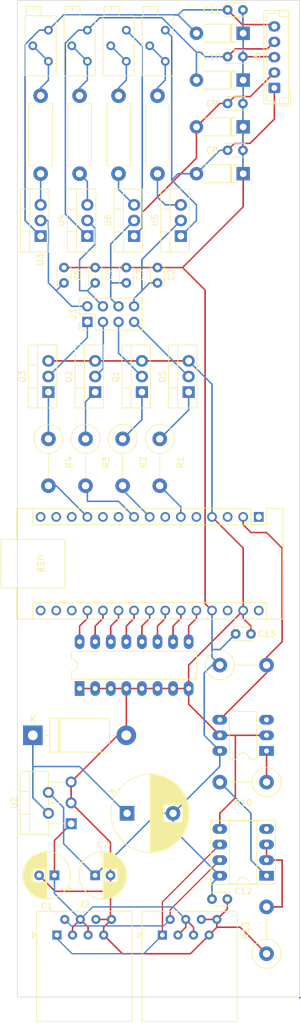
<source format=kicad_pcb>
(kicad_pcb (version 20240108) (generator "pcbnew") (generator_version "8.0")
  (layers (0 "F.Cu" signal) (31 "B.Cu" signal) (34 "B.Paste" user) (35 "F.Paste" user) (36 "B.SilkS" user "B.Silkscreen") (37 "F.SilkS" user "F.Silkscreen") (38 "B.Mask" user) (39 "F.Mask" user) (44 "Edge.Cuts" user))
  (net 0 "")
  (net 1 "Net-(A1-D0{slash}RX)")
  (net 7 "VCC")
  (net 8 "Net-(U3-VO)")
  (net 10 "SW2")
  (net 12 "SW1")
  (net 13 "SW3")
  (net 14 "SW7")
  (net 15 "LASER1")
  (net 17 "SW8")
  (net 18 "SW4")
  (net 20 "GND")
  (net 21 "LASER4")
  (net 24 "LASER3")
  (net 26 "SW6")
  (net 27 "LASER2")
  (net 29 "5V")
  (net 30 "SW5")
  (net 32 "DATA-")
  (net 33 "DATA+")
  (net 34 "Net-(Q1-B)")
  (net 35 "Net-(Q2-B)")
  (net 36 "Net-(Q3-B)")
  (net 37 "Net-(Q5-B)")
  (net 38 "Net-(U8-R)")
  (net 39 "Net-(R10-Pad1)")
  (net 40 "Net-(U8-DE)")
  (net 41 "Net-(R6-Pad1)")
  (net 42 "Net-(D3-A)")
  (net 43 "Net-(D4-A)")
  (net 44 "Net-(U4-VO)")
  (net 45 "Net-(D5-A)")
  (net 46 "Net-(U5-VO)")
  (net 47 "Net-(D6-A)")
  (net 48 "Net-(U6-VO)")
  (net 51 "Net-(R7-Pad1)")
  (net 52 "Net-(R8-Pad1)")
  (net 53 "Net-(R9-Pad1)")
  (net 54 "Net-(D2-K)")
  (net 55 "L1-SOC-OUT")
  (net 56 "L2-SOC-OUT")
  (net 57 "L3-SOC-OUT")
  (net 58 "L4-SOC-OUT")
  (net 59 "L3-SOC-IN")
  (net 60 "L4-SOC-IN")
  (net 61 "L2-SOC-IN")
  (net 62 "L1-SOC-IN")
  (footprint "Capacitor_THT:C_Disc_D3.0mm_W2.0mm_P2.50mm" (layer "F.Cu") (at 104.1 31.75 180)
    (property "Reference" "C10")
    (property "Value" "1uF" (hide yes))
  )
  (footprint "Capacitor_THT:C_Disc_D3.0mm_W2.0mm_P2.50mm" (layer "F.Cu") (at 74.93 66.08 -90)
    (property "Reference" "C5")
    (property "Value" "100nF" (hide yes))
  )
  (footprint "Diode_THT:D_DO-41_SOD81_P7.62mm_Horizontal" (layer "F.Cu") (at 104.14 35.56 180)
    (property "Reference" "D5" (hide yes))
    (property "Value" "1N4004" (hide yes))
  )
  (footprint "Potentiometer_THT:Potentiometer_Bourns_3296Z_Horizontal" (layer "F.Cu") (at 85.09 32.51 -90)
    (property "Reference" "RV2" (hide yes))
    (property "Value" "20" (hide yes))
  )
  (footprint "Capacitor_THT:CP_Radial_D7.5mm_P2.50mm" (layer "F.Cu") (at 80.01 165.04)
    (property "Reference" "C7")
    (property "Value" "47uF - 50V" (hide yes))
  )
  (footprint "Capacitor_THT:C_Disc_D3.0mm_W2.0mm_P2.50mm" (layer "F.Cu") (at 80.01 66.08 -90)
    (property "Reference" "C4")
    (property "Value" "100nF" (hide yes))
  )
  (footprint "Potentiometer_THT:Potentiometer_Bourns_3296Z_Horizontal" (layer "F.Cu") (at 78.74 32.51 -90)
    (property "Reference" "RV3" (hide yes))
    (property "Value" "20" (hide yes))
  )
  (footprint "Diode_THT:D_DO-201AD_P15.24mm_Horizontal" (layer "F.Cu") (at 69.85 142.24)
    (property "Reference" "D2" (hide yes))
    (property "Value" "1N5822" (hide yes))
  )
  (footprint "Resistor_THT:R_Axial_DIN0411_L9.9mm_D3.6mm_P12.70mm_Horizontal" (layer "F.Cu") (at 71.12 38.1 -90)
    (property "Reference" "R9" (hide yes))
    (property "Value" "2.7" (hide yes))
  )
  (footprint "Resistor_THT:R_Axial_DIN0411_L9.9mm_D3.6mm_P12.70mm_Horizontal" (layer "F.Cu") (at 90.17 38.1 -90)
    (property "Reference" "R6" (hide yes))
    (property "Value" "2.7" (hide yes))
  )
  (footprint "Resistor_THT:R_Axial_DIN0414_L11.9mm_D4.5mm_P7.62mm_Vertical" (layer "F.Cu") (at 72.39 93.98 -90)
    (property "Reference" "R4")
    (property "Value" "1K")
  )
  (footprint "Package_TO_SOT_THT:TO-220-3_Vertical" (layer "F.Cu") (at 78.74 60.96 90)
    (property "Reference" "U4")
    (property "Value" "LM337_TO220" (hide yes))
  )
  (footprint "Resistor_THT:R_Axial_DIN0414_L11.9mm_D4.5mm_P7.62mm_Vertical" (layer "F.Cu") (at 84.49 93.98 -90)
    (property "Reference" "R2")
    (property "Value" "1K")
  )
  (footprint "Resistor_THT:R_Axial_DIN0414_L11.9mm_D4.5mm_P7.62mm_Vertical" (layer "F.Cu") (at 100.33 130.81)
    (property "Reference" "R14" (hide yes))
    (property "Value" "1K" (hide yes))
  )
  (footprint "Resistor_THT:R_Axial_DIN0414_L11.9mm_D4.5mm_P7.62mm_Vertical" (layer "F.Cu") (at 107.95 177.8 90)
    (property "Reference" "R13")
    (property "Value" "10K" (hide yes))
  )
  (footprint "Connector_RJ:RJ45_Amphenol_54602-x08_Horizontal" (layer "F.Cu") (at 90.9675 174.76)
    (property "Reference" "J1" (hide yes))
    (property "Value" "RJ45" (hide yes))
  )
  (footprint "Diode_THT:D_DO-41_SOD81_P7.62mm_Horizontal" (layer "F.Cu") (at 104.14 43.18 180)
    (property "Reference" "D4" (hide yes))
    (property "Value" "1N4004" (hide yes))
  )
  (footprint "Capacitor_THT:C_Disc_D3.0mm_W2.0mm_P2.50mm" (layer "F.Cu") (at 104.1 39.37 180)
    (property "Reference" "C9")
    (property "Value" "1uF" (hide yes))
  )
  (footprint "Package_TO_SOT_THT:TO-220-3_Vertical" (layer "F.Cu") (at 95.25 86.36 90)
    (property "Reference" "Q5")
    (property "Value" "TIP41" (hide yes))
  )
  (footprint "Resistor_THT:R_Axial_DIN0411_L9.9mm_D3.6mm_P12.70mm_Horizontal" (layer "F.Cu") (at 77.47 38.1 -90)
    (property "Reference" "R8" (hide yes))
    (property "Value" "2.7" (hide yes))
  )
  (footprint "Package_DIP:DIP-16_W7.62mm_LongPads" (layer "F.Cu") (at 77.47 134.62 90)
    (property "Reference" "SW1" (hide yes))
    (property "Value" "SW_DIP_x08" (hide yes))
  )
  (footprint "Resistor_THT:R_Axial_DIN0411_L9.9mm_D3.6mm_P12.70mm_Horizontal" (layer "F.Cu") (at 83.82 38.1 -90)
    (property "Reference" "R7" (hide yes))
    (property "Value" "2.7" (hide yes))
  )
  (footprint "Package_TO_SOT_THT:TO-220-3_Vertical" (layer "F.Cu") (at 80.01 86.36 90)
    (property "Reference" "Q2")
    (property "Value" "TIP41" (hide yes))
  )
  (footprint "Package_TO_SOT_THT:TO-220-3_Vertical" (layer "F.Cu") (at 93.98 60.96 90)
    (property "Reference" "U5")
    (property "Value" "LM337_TO220" (hide yes))
  )
  (footprint "Diode_THT:D_DO-41_SOD81_P7.62mm_Horizontal" (layer "F.Cu") (at 104.14 50.8 180)
    (property "Reference" "D3" (hide yes))
    (property "Value" "1N4004" (hide yes))
  )
  (footprint "Package_TO_SOT_THT:TO-220-3_Vertical" (layer "F.Cu") (at 72.39 86.36 90)
    (property "Reference" "Q3")
    (property "Value" "TIP41" (hide yes))
  )
  (footprint "Potentiometer_THT:Potentiometer_Bourns_3296Z_Horizontal" (layer "F.Cu") (at 72.39 32.51 -90)
    (property "Reference" "RV4" (hide yes))
    (property "Value" "20" (hide yes))
  )
  (footprint "Package_TO_SOT_THT:TO-220-5_P3.4x3.7mm_StaggerOdd_Lead3.8mm_Vertical" (layer "F.Cu") (at 76.09 156.64 90)
    (property "Reference" "U2")
    (property "Value" "LM2596T-5" (hide yes))
  )
  (footprint "Diode_THT:D_DO-41_SOD81_P7.62mm_Horizontal" (layer "F.Cu") (at 104.14 27.94 180)
    (property "Reference" "D6" (hide yes))
    (property "Value" "1N4004" (hide yes))
  )
  (footprint "Connector_PinHeader_2.54mm:PinHeader_2x04_P2.54mm_Vertical" (layer "F.Cu") (at 78.74 74.93 90)
    (property "Reference" "J3")
    (property "Value" "Conn_02x04_Top_Bottom" (hide yes))
  )
  (footprint "Package_DIP:DIP-8_W7.62mm_Socket_LongPads" (layer "F.Cu") (at 107.95 165.1 180)
    (property "Reference" "U8" (hide yes))
    (property "Value" "SN75176AP" (hide yes))
  )
  (footprint "Connector_JST:JST_EH_B5B-EH-A_1x05_P2.50mm_Vertical" (layer "F.Cu") (at 109.22 36.83 90)
    (property "Reference" "J5")
    (property "Value" "Conn_01x05_Socket" (hide yes))
  )
  (footprint "Resistor_THT:R_Axial_DIN0414_L11.9mm_D4.5mm_P7.62mm_Vertical" (layer "F.Cu") (at 78.44 93.98 -90)
    (property "Reference" "R3")
    (property "Value" "1K")
  )
  (footprint "Capacitor_THT:C_Disc_D3.0mm_W2.0mm_P2.50mm" (layer "F.Cu") (at 105.41 125.73 180)
    (property "Reference" "C13")
    (property "Value" "100nF" (hide yes))
  )
  (footprint "Package_TO_SOT_THT:TO-220-3_Vertical" (layer "F.Cu") (at 87.63 86.36 90)
    (property "Reference" "Q1")
    (property "Value" "TIP41" (hide yes))
  )
  (footprint "Package_TO_SOT_THT:TO-220-3_Vertical" (layer "F.Cu") (at 86.36 60.96 90)
    (property "Reference" "U6")
    (property "Value" "LM337_TO220" (hide yes))
  )
  (footprint "Connector_RJ:RJ45_Amphenol_54602-x08_Horizontal" (layer "F.Cu") (at 73.7825 174.76)
    (property "Reference" "J2")
    (property "Value" "RJ45" (hide yes))
  )
  (footprint "Capacitor_THT:CP_Radial_D7.5mm_P2.50mm" (layer "F.Cu") (at 73.371395 165.04 180)
    (property "Reference" "C1")
    (property "Value" "47uF - 50V" (hide yes))
  )
  (footprint "Capacitor_THT:C_Disc_D3.0mm_W2.0mm_P2.50mm" (layer "F.Cu") (at 90.17 66.08 -90)
    (property "Reference" "C2")
    (property "Value" "100nF" (hide yes))
  )
  (footprint "Capacitor_THT:C_Disc_D3.0mm_W2.0mm_P2.50mm" (layer "F.Cu") (at 104.1 46.99 180)
    (property "Reference" "C8")
    (property "Value" "1uF" (hide yes))
  )
  (footprint "Package_TO_SOT_THT:TO-220-3_Vertical" (layer "F.Cu") (at 71.12 60.96 90)
    (property "Reference" "U3")
    (property "Value" "LM337_TO220" (hide yes))
  )
  (footprint "Capacitor_THT:C_Disc_D3.0mm_W2.0mm_P2.50mm" (layer "F.Cu") (at 99.06 168.91)
    (property "Reference" "C12")
    (property "Value" "100nF" (hide yes))
  )
  (footprint "Resistor_THT:R_Axial_DIN0414_L11.9mm_D4.5mm_P7.62mm_Vertical" (layer "F.Cu") (at 90.54 93.98 -90)
    (property "Reference" "R1")
    (property "Value" "1K")
  )
  (footprint "Package_DIP:DIP-6_W7.62mm_LongPads" (layer "F.Cu") (at 107.95 144.78 180)
    (property "Reference" "U9" (hide yes))
    (property "Value" "H11L1" (hide yes))
  )
  (footprint "Resistor_THT:R_Axial_DIN0414_L11.9mm_D4.5mm_P7.62mm_Vertical" (layer "F.Cu") (at 107.95 149.86 180)
    (property "Reference" "R10")
    (property "Value" "470" (hide yes))
  )
  (footprint "Potentiometer_THT:Potentiometer_Bourns_3296Z_Horizontal" (layer "F.Cu") (at 91.44 32.51 -90)
    (property "Reference" "RV1" (hide yes))
    (property "Value" "20" (hide yes))
  )
  (footprint "Module:Arduino_Nano" (layer "F.Cu") (at 106.68 106.68 -90)
    (property "Reference" "A1" (hide yes))
    (property "Value" "Arduino_Nano_v3.x")
  )
  (footprint "Capacitor_THT:C_Disc_D3.0mm_W2.0mm_P2.50mm" (layer "F.Cu") (at 85.09 66.08 -90)
    (property "Reference" "C3")
    (property "Value" "100nF" (hide yes))
  )
  (footprint "Capacitor_THT:CP_Radial_D12.5mm_P7.50mm" (layer "F.Cu") (at 85.21 154.94)
    (property "Reference" "L1" (hide yes))
    (property "Value" "100uH" (hide yes))
  )
  (footprint "Capacitor_THT:C_Disc_D3.0mm_W2.0mm_P2.50mm" (layer "F.Cu") (at 104.1 24.13 180)
    (property "Reference" "C11")
    (property "Value" "1uF" (hide yes))
  )
  (gr_poly (pts (xy 113.33 184.86) (xy 113.33 22.57) (xy 67.33 22.57) (xy 67.33 184.86)) (stroke (width 0.1)) (fill none) (layer "Edge.Cuts"))
  (segment (start 113.381777 184.985) (end 113.455 184.911777) (width 0.25) (layer "B.Cu") (net 0))
  (segment (start 107.95 129.54) (end 110.49 127) (width 0.25) (layer "F.Cu") (net 1))
  (segment (start 104.14 107.95) (end 104.14 106.68) (width 0.25) (layer "F.Cu") (net 1))
  (segment (start 105.41 109.22) (end 104.14 107.95) (width 0.25) (layer "F.Cu") (net 1))
  (segment (start 107.95 132.08) (end 107.95 129.54) (width 0.25) (layer "F.Cu") (net 1))
  (segment (start 107.95 109.22) (end 105.41 109.22) (width 0.25) (layer "F.Cu") (net 1))
  (segment (start 110.49 111.76) (end 107.95 109.22) (width 0.25) (layer "F.Cu") (net 1))
  (segment (start 110.49 127) (end 110.49 111.76) (width 0.25) (layer "F.Cu") (net 1))
  (segment (start 100.33 139.7) (end 107.95 132.08) (width 0.25) (layer "F.Cu") (net 1))
  (segment (start 76.3225 173.49) (end 77.5925 172.22) (width 0.25) (layer "F.Cu") (net 7))
  (segment (start 94.7775 173.49) (end 94.7775 172.22) (width 0.25) (layer "F.Cu") (net 7))
  (segment (start 93.5075 174.76) (end 94.7775 173.49) (width 0.25) (layer "F.Cu") (net 7))
  (segment (start 76.3225 174.76) (end 76.3225 173.49) (width 0.25) (layer "F.Cu") (net 7))
  (segment (start 73.371395 159.358605) (end 76.09 156.64) (width 0.25) (layer "F.Cu") (net 7))
  (segment (start 73.371395 165.04) (end 73.371395 159.358605) (width 0.25) (layer "F.Cu") (net 7))
  (segment (start 78.8625 173.49) (end 77.5925 172.22) (width 0.25) (layer "F.Cu") (net 7))
  (segment (start 96.0475 174.76) (end 96.0475 173.49) (width 0.25) (layer "F.Cu") (net 7))
  (segment (start 96.0475 173.49) (end 94.7775 172.22) (width 0.25) (layer "F.Cu") (net 7))
  (segment (start 78.8625 174.76) (end 78.8625 173.49) (width 0.25) (layer "F.Cu") (net 7))
  (segment (start 79.605 170.18) (end 92.7375 170.18) (width 0.2) (layer "B.Cu") (net 7))
  (segment (start 77.565 172.22) (end 79.605 170.18) (width 0.2) (layer "B.Cu") (net 7))
  (segment (start 73.371395 165.04) (end 73.371395 167.998895) (width 0.25) (layer "B.Cu") (net 7))
  (segment (start 92.7375 170.18) (end 94.7775 172.22) (width 0.2) (layer "B.Cu") (net 7))
  (segment (start 73.371395 167.998895) (end 77.5925 172.22) (width 0.25) (layer "B.Cu") (net 7))
  (segment (start 71.12 55.88) (end 71.12 50.8) (width 0.25) (layer "B.Cu") (net 8))
  (segment (start 81.28 123.19) (end 81.28 121.92) (width 0.25) (layer "F.Cu") (net 10))
  (segment (start 80.01 124.46) (end 81.28 123.19) (width 0.25) (layer "F.Cu") (net 10))
  (segment (start 80.01 127) (end 80.01 124.46) (width 0.25) (layer "F.Cu") (net 10))
  (segment (start 78.74 123.19) (end 78.74 121.92) (width 0.25) (layer "F.Cu") (net 12))
  (segment (start 77.47 127) (end 77.47 124.46) (width 0.25) (layer "F.Cu") (net 12))
  (segment (start 77.47 124.46) (end 78.74 123.19) (width 0.25) (layer "F.Cu") (net 12))
  (segment (start 83.82 123.19) (end 83.82 121.92) (width 0.25) (layer "F.Cu") (net 13))
  (segment (start 82.55 124.46) (end 83.82 123.19) (width 0.25) (layer "F.Cu") (net 13))
  (segment (start 82.55 127) (end 82.55 124.46) (width 0.25) (layer "F.Cu") (net 13))
  (segment (start 92.71 124.46) (end 93.98 123.19) (width 0.25) (layer "F.Cu") (net 14))
  (segment (start 93.98 123.19) (end 93.98 121.92) (width 0.25) (layer "F.Cu") (net 14))
  (segment (start 92.71 127) (end 92.71 124.46) (width 0.25) (layer "F.Cu") (net 14))
  (segment (start 93.98 105.04) (end 90.54 101.6) (width 0.25) (layer "B.Cu") (net 15))
  (segment (start 93.98 106.68) (end 93.98 105.04) (width 0.25) (layer "B.Cu") (net 15))
  (segment (start 95.25 127) (end 95.25 124.46) (width 0.25) (layer "F.Cu") (net 17))
  (segment (start 96.52 123.19) (end 96.52 121.92) (width 0.25) (layer "F.Cu") (net 17))
  (segment (start 95.25 124.46) (end 96.52 123.19) (width 0.25) (layer "F.Cu") (net 17))
  (segment (start 86.36 123.19) (end 86.36 121.92) (width 0.25) (layer "F.Cu") (net 18))
  (segment (start 85.09 124.46) (end 86.36 123.19) (width 0.25) (layer "F.Cu") (net 18))
  (segment (start 85.09 127) (end 85.09 124.46) (width 0.25) (layer "F.Cu") (net 18))
  (segment (start 102.87 142.24) (end 100.33 142.24) (width 0.25) (layer "F.Cu") (net 20))
  (segment (start 76.09 149.84) (end 76.09 153.24) (width 0.25) (layer "F.Cu") (net 20))
  (segment (start 101.56 170.5175) (end 99.8575 172.22) (width 0.25) (layer "F.Cu") (net 20))
  (segment (start 83.69 142.24) (end 85.09 142.24) (width 0.25) (layer "F.Cu") (net 20))
  (segment (start 82.51 167.64) (end 82.51 172.18) (width 0.25) (layer "F.Cu") (net 20))
  (segment (start 73.471395 167.64) (end 70.871395 165.04) (width 0.25) (layer "F.Cu") (net 20))
  (segment (start 80.1325 172.22) (end 82.55 172.22) (width 0.25) (layer "F.Cu") (net 20))
  (segment (start 82.55 172.22) (end 82.6725 172.22) (width 0.25) (layer "F.Cu") (net 20))
  (segment (start 81.4025 173.49) (end 81.4025 174.76) (width 0.25) (layer "F.Cu") (net 20))
  (segment (start 80.01 134.62) (end 77.47 134.62) (width 0.25) (layer "F.Cu") (net 20))
  (segment (start 72.39 81.28) (end 80.01 81.28) (width 0.25) (layer "F.Cu") (net 20))
  (segment (start 80.01 81.28) (end 87.63 81.28) (width 0.25) (layer "F.Cu") (net 20))
  (segment (start 87.63 134.62) (end 85.09 134.62) (width 0.25) (layer "F.Cu") (net 20))
  (segment (start 92.71 134.62) (end 90.17 134.62) (width 0.25) (layer "F.Cu") (net 20))
  (segment (start 104.14 121.92) (end 104.14 111.76) (width 0.25) (layer "F.Cu") (net 20))
  (segment (start 95.25 134.62) (end 92.71 134.62) (width 0.25) (layer "F.Cu") (net 20))
  (segment (start 99.8575 173.49) (end 98.5875 174.76) (width 0.25) (layer "F.Cu") (net 20))
  (segment (start 104.14 123.19) (end 104.14 121.92) (width 0.25) (layer "F.Cu") (net 20))
  (segment (start 82.51 165.04) (end 82.51 167.64) (width 0.25) (layer "F.Cu") (net 20))
  (segment (start 95.25 130.81) (end 104.14 121.92) (width 0.25) (layer "F.Cu") (net 20))
  (segment (start 101.56 168.91) (end 101.56 170.5175) (width 0.25) (layer "F.Cu") (net 20))
  (segment (start 99.8575 172.22) (end 99.8575 173.49) (width 0.25) (layer "F.Cu") (net 20))
  (segment (start 82.51 172.18) (end 82.55 172.22) (width 0.25) (layer "F.Cu") (net 20))
  (segment (start 87.63 81.28) (end 95.25 81.28) (width 0.25) (layer "F.Cu") (net 20))
  (segment (start 102.87 152.4) (end 102.87 142.24) (width 0.25) (layer "F.Cu") (net 20))
  (segment (start 97.3175 172.22) (end 99.8575 172.22) (width 0.25) (layer "F.Cu") (net 20))
  (segment (start 102.87 152.4) (end 100.33 154.94) (width 0.25) (layer "F.Cu") (net 20))
  (segment (start 107.95 177.8) (end 103.64 173.49) (width 0.25) (layer "F.Cu") (net 20))
  (segment (start 100.33 142.24) (end 95.25 137.16) (width 0.25) (layer "F.Cu") (net 20))
  (segment (start 100.33 154.94) (end 100.33 157.48) (width 0.25) (layer "F.Cu") (net 20))
  (segment (start 95.5475 177.8) (end 84.4425 177.8) (width 0.25) (layer "F.Cu") (net 20))
  (segment (start 98.5875 174.76) (end 95.5475 177.8) (width 0.25) (layer "F.Cu") (net 20))
  (segment (start 105.41 124.46) (end 104.14 123.19) (width 0.25) (layer "F.Cu") (net 20))
  (segment (start 82.51 167.64) (end 73.471395 167.64) (width 0.25) (layer "F.Cu") (net 20))
  (segment (start 95.25 137.16) (end 95.25 134.62) (width 0.25) (layer "F.Cu") (net 20))
  (segment (start 85.09 134.62) (end 82.55 134.62) (width 0.25) (layer "F.Cu") (net 20))
  (segment (start 85.09 142.24) (end 85.09 134.62) (width 0.25) (layer "F.Cu") (net 20))
  (segment (start 82.51 165.04) (end 82.51 159.66) (width 0.25) (layer "F.Cu") (net 20))
  (segment (start 90.17 134.62) (end 87.63 134.62) (width 0.25) (layer "F.Cu") (net 20))
  (segment (start 95.25 134.62) (end 95.25 130.81) (width 0.25) (layer "F.Cu") (net 20))
  (segment (start 82.6725 172.22) (end 81.4025 173.49) (width 0.25) (layer "F.Cu") (net 20))
  (segment (start 105.41 125.73) (end 105.41 124.46) (width 0.25) (layer "F.Cu") (net 20))
  (segment (start 104.14 111.76) (end 99.06 106.68) (width 0.25) (layer "F.Cu") (net 20))
  (segment (start 82.51 159.66) (end 76.09 153.24) (width 0.25) (layer "F.Cu") (net 20))
  (segment (start 103.64 173.49) (end 99.8575 173.49) (width 0.25) (layer "F.Cu") (net 20))
  (segment (start 84.4425 177.8) (end 81.4025 174.76) (width 0.25) (layer "F.Cu") (net 20))
  (segment (start 102.87 142.24) (end 107.95 142.24) (width 0.25) (layer "F.Cu") (net 20))
  (segment (start 76.09 149.84) (end 83.69 142.24) (width 0.25) (layer "F.Cu") (net 20))
  (segment (start 82.55 134.62) (end 80.01 134.62) (width 0.25) (layer "F.Cu") (net 20))
  (segment (start 99.06 85.09) (end 99.06 106.68) (width 0.25) (layer "B.Cu") (net 20))
  (segment (start 95.25 81.28) (end 99.06 85.09) (width 0.25) (layer "B.Cu") (net 20))
  (segment (start 78.74 106.68) (end 73.66 101.6) (width 0.25) (layer "B.Cu") (net 21))
  (segment (start 73.66 101.6) (end 72.39 101.6) (width 0.25) (layer "B.Cu") (net 21))
  (segment (start 83.82 104.14) (end 78.74 104.14) (width 0.25) (layer "B.Cu") (net 24))
  (segment (start 86.36 106.68) (end 83.82 104.14) (width 0.25) (layer "B.Cu") (net 24))
  (segment (start 78.74 101.9) (end 78.44 101.6) (width 0.25) (layer "B.Cu") (net 24))
  (segment (start 78.74 104.14) (end 78.74 101.9) (width 0.25) (layer "B.Cu") (net 24))
  (segment (start 90.17 124.46) (end 91.44 123.19) (width 0.25) (layer "F.Cu") (net 26))
  (segment (start 91.44 123.19) (end 91.44 121.92) (width 0.25) (layer "F.Cu") (net 26))
  (segment (start 90.17 127) (end 90.17 124.46) (width 0.25) (layer "F.Cu") (net 26))
  (segment (start 84.49 102.27) (end 84.49 101.6) (width 0.25) (layer "B.Cu") (net 27))
  (segment (start 88.9 106.68) (end 84.49 102.27) (width 0.25) (layer "B.Cu") (net 27))
  (segment (start 94.260991 66.08) (end 90.17 66.08) (width 0.25) (layer "F.Cu") (net 29))
  (segment (start 104.1 31.75) (end 109.14 31.75) (width 0.25) (layer "F.Cu") (net 29))
  (segment (start 85.09 66.08) (end 80.01 66.08) (width 0.25) (layer "F.Cu") (net 29))
  (segment (start 104.14 56.200991) (end 94.260991 66.08) (width 0.25) (layer "F.Cu") (net 29))
  (segment (start 97.935 120.795) (end 97.935 69.754009) (width 0.25) (layer "F.Cu") (net 29))
  (segment (start 99.06 121.92) (end 97.935 120.795) (width 0.25) (layer "F.Cu") (net 29))
  (segment (start 97.935 69.754009) (end 94.260991 66.08) (width 0.25) (layer "F.Cu") (net 29))
  (segment (start 104.14 50.8) (end 104.14 56.200991) (width 0.25) (layer "F.Cu") (net 29))
  (segment (start 80.01 66.08) (end 74.93 66.08) (width 0.25) (layer "F.Cu") (net 29))
  (segment (start 90.17 66.08) (end 85.09 66.08) (width 0.25) (layer "F.Cu") (net 29))
  (segment (start 109.14 31.75) (end 109.22 31.83) (width 0.25) (layer "F.Cu") (net 29))
  (segment (start 104.1 39.37) (end 104.1 43.14) (width 0.25) (layer "B.Cu") (net 29))
  (segment (start 104.14 31.71) (end 104.1 31.75) (width 0.25) (layer "B.Cu") (net 29))
  (segment (start 100.37 128.27) (end 102.91 125.73) (width 0.25) (layer "B.Cu") (net 29))
  (segment (start 104.1 35.52) (end 104.14 35.56) (width 0.25) (layer "B.Cu") (net 29))
  (segment (start 100.33 165.1) (end 99.06 166.37) (width 0.25) (layer "B.Cu") (net 29))
  (segment (start 74.865 154.015) (end 72.39 151.54) (width 0.25) (layer "B.Cu") (net 29))
  (segment (start 104.1 50.76) (end 104.14 50.8) (width 0.25) (layer "B.Cu") (net 29))
  (segment (start 104.1 24.13) (end 104.1 27.9) (width 0.25) (layer "B.Cu") (net 29))
  (segment (start 104.14 43.18) (end 104.14 44.45) (width 0.25) (layer "B.Cu") (net 29))
  (segment (start 92.71 154.94) (end 100.33 147.32) (width 0.25) (layer "B.Cu") (net 29))
  (segment (start 92.71 157.48) (end 92.71 154.94) (width 0.25) (layer "B.Cu") (net 29))
  (segment (start 104.14 39.33) (end 104.1 39.37) (width 0.25) (layer "B.Cu") (net 29))
  (segment (start 80.01 165.04) (end 90.11 154.94) (width 0.25) (layer "B.Cu") (net 29))
  (segment (start 100.33 165.1) (end 92.71 157.48) (width 0.25) (layer "B.Cu") (net 29))
  (segment (start 99.06 128.27) (end 99.06 121.92) (width 0.25) (layer "B.Cu") (net 29))
  (segment (start 90.11 154.94) (end 92.71 154.94) (width 0.25) (layer "B.Cu") (net 29))
  (segment (start 99.06 130.81) (end 100.33 130.81) (width 0.25) (layer "B.Cu") (net 29))
  (segment (start 97.79 142.24) (end 97.79 132.08) (width 0.25) (layer "B.Cu") (net 29))
  (segment (start 104.1 43.14) (end 104.14 43.18) (width 0.25) (layer "B.Cu") (net 29))
  (segment (start 104.14 44.45) (end 104.1 44.49) (width 0.25) (layer "B.Cu") (net 29))
  (segment (start 104.1 31.75) (end 104.1 35.52) (width 0.25) (layer "B.Cu") (net 29))
  (segment (start 104.1 27.9) (end 104.14 27.94) (width 0.25) (layer "B.Cu") (net 29))
  (segment (start 100.33 144.78) (end 97.79 142.24) (width 0.25) (layer "B.Cu") (net 29))
  (segment (start 104.1 46.99) (end 104.1 50.76) (width 0.25) (layer "B.Cu") (net 29))
  (segment (start 104.14 35.56) (end 104.14 39.33) (width 0.25) (layer "B.Cu") (net 29))
  (segment (start 97.79 132.08) (end 99.06 130.81) (width 0.25) (layer "B.Cu") (net 29))
  (segment (start 100.33 147.32) (end 100.33 144.78) (width 0.25) (layer "B.Cu") (net 29))
  (segment (start 104.14 27.94) (end 104.14 31.71) (width 0.25) (layer "B.Cu") (net 29))
  (segment (start 80.01 165.04) (end 74.865 159.895) (width 0.25) (layer "B.Cu") (net 29))
  (segment (start 99.06 166.37) (end 99.06 168.91) (width 0.25) (layer "B.Cu") (net 29))
  (segment (start 100.33 130.81) (end 99.06 129.54) (width 0.25) (layer "B.Cu") (net 29))
  (segment (start 104.1 44.49) (end 104.1 46.99) (width 0.25) (layer "B.Cu") (net 29))
  (segment (start 99.06 129.54) (end 99.06 128.27) (width 0.25) (layer "B.Cu") (net 29))
  (segment (start 99.06 128.27) (end 100.37 128.27) (width 0.25) (layer "B.Cu") (net 29))
  (segment (start 74.865 159.895) (end 74.865 154.015) (width 0.25) (layer "B.Cu") (net 29))
  (segment (start 87.63 124.46) (end 88.9 123.19) (width 0.25) (layer "F.Cu") (net 30))
  (segment (start 88.9 123.19) (end 88.9 121.92) (width 0.25) (layer "F.Cu") (net 30))
  (segment (start 87.63 127) (end 87.63 124.46) (width 0.25) (layer "F.Cu") (net 30))
  (segment (start 92.2375 172.22) (end 92.2375 170.6525) (width 0.2) (layer "F.Cu") (net 32))
  (segment (start 92.2375 170.6525) (end 100.33 162.56) (width 0.2) (layer "F.Cu") (net 32))
  (segment (start 91.1875 173.27) (end 76.1025 173.27) (width 0.2) (layer "B.Cu") (net 32))
  (segment (start 92.2375 172.22) (end 91.1875 173.27) (width 0.2) (layer "B.Cu") (net 32))
  (segment (start 76.1025 173.27) (end 75.0525 172.22) (width 0.2) (layer "B.Cu") (net 32))
  (segment (start 90.9675 169.3825) (end 100.33 160.02) (width 0.2) (layer "F.Cu") (net 33))
  (segment (start 90.9675 174.76) (end 90.9675 169.3825) (width 0.2) (layer "F.Cu") (net 33))
  (segment (start 87.9275 177.8) (end 76.245 177.8) (width 0.2) (layer "B.Cu") (net 33))
  (segment (start 76.245 177.8) (end 73.7825 175.3375) (width 0.2) (layer "B.Cu") (net 33))
  (segment (start 90.9675 174.76) (end 87.9275 177.8) (width 0.2) (layer "B.Cu") (net 33))
  (segment (start 73.7825 175.3375) (end 73.7825 174.76) (width 0.2) (layer "B.Cu") (net 33))
  (segment (start 84.49 93.98) (end 87.63 90.84) (width 0.25) (layer "B.Cu") (net 34))
  (segment (start 87.63 90.84) (end 87.63 86.36) (width 0.25) (layer "B.Cu") (net 34))
  (segment (start 78.44 87.93) (end 80.01 86.36) (width 0.25) (layer "B.Cu") (net 35))
  (segment (start 78.44 93.98) (end 78.44 87.93) (width 0.25) (layer "B.Cu") (net 35))
  (segment (start 72.39 93.98) (end 72.39 86.36) (width 0.25) (layer "B.Cu") (net 36))
  (segment (start 90.54 93.98) (end 95.25 89.27) (width 0.25) (layer "B.Cu") (net 37))
  (segment (start 95.25 89.27) (end 95.25 86.36) (width 0.25) (layer "B.Cu") (net 37))
  (segment (start 105.41 154.94) (end 105.41 162.56) (width 0.25) (layer "B.Cu") (net 38))
  (segment (start 100.33 149.86) (end 105.41 154.94) (width 0.25) (layer "B.Cu") (net 38))
  (segment (start 105.41 162.56) (end 107.95 165.1) (width 0.25) (layer "B.Cu") (net 38))
  (segment (start 107.95 149.86) (end 107.95 144.78) (width 0.25) (layer "F.Cu") (net 39))
  (segment (start 107.95 160.02) (end 107.95 162.56) (width 0.25) (layer "F.Cu") (net 40))
  (segment (start 107.95 162.56) (end 110.49 162.56) (width 0.25) (layer "F.Cu") (net 40))
  (segment (start 110.49 162.56) (end 110.49 170.18) (width 0.25) (layer "F.Cu") (net 40))
  (segment (start 110.49 170.18) (end 107.95 170.18) (width 0.25) (layer "F.Cu") (net 40))
  (segment (start 90.17 36.83) (end 91.44 35.56) (width 0.25) (layer "B.Cu") (net 41))
  (segment (start 91.44 35.56) (end 91.44 32.51) (width 0.25) (layer "B.Cu") (net 41))
  (segment (start 90.17 38.1) (end 90.17 36.83) (width 0.25) (layer "B.Cu") (net 41))
  (segment (start 91.44 32.51) (end 88.9 29.97) (width 0.25) (layer "B.Cu") (net 41))
  (segment (start 101.6 46.99) (end 102.725 45.865) (width 0.25) (layer "F.Cu") (net 42))
  (segment (start 109.22 41.91) (end 109.22 36.83) (width 0.25) (layer "F.Cu") (net 42))
  (segment (start 105.265 45.865) (end 109.22 41.91) (width 0.25) (layer "F.Cu") (net 42))
  (segment (start 102.725 45.865) (end 105.265 45.865) (width 0.25) (layer "F.Cu") (net 42))
  (segment (start 93.53 50.8) (end 96.52 50.8) (width 0.25) (layer "B.Cu") (net 42))
  (segment (start 92.485 51.845) (end 93.53 50.8) (width 0.25) (layer "B.Cu") (net 42))
  (segment (start 96.52 58.42) (end 93.98 60.96) (width 0.25) (layer "B.Cu") (net 42))
  (segment (start 100.33 46.99) (end 101.6 46.99) (width 0.25) (layer "B.Cu") (net 42))
  (segment (start 91.44 27.43) (end 92.485 28.475) (width 0.25) (layer "B.Cu") (net 42))
  (segment (start 96.52 50.8) (end 100.33 46.99) (width 0.25) (layer "B.Cu") (net 42))
  (segment (start 96.52 55.88) (end 96.52 58.42) (width 0.25) (layer "B.Cu") (net 42))
  (segment (start 92.485 51.845) (end 96.52 55.88) (width 0.25) (layer "B.Cu") (net 42))
  (segment (start 92.485 28.475) (end 92.485 51.845) (width 0.25) (layer "B.Cu") (net 42))
  (segment (start 96.52 43.18) (end 96.52 48.26) (width 0.25) (layer "F.Cu") (net 43))
  (segment (start 100.33 39.37) (end 101.6 39.37) (width 0.25) (layer "F.Cu") (net 43))
  (segment (start 101.6 39.37) (end 102.725 38.245) (width 0.25) (layer "F.Cu") (net 43))
  (segment (start 102.725 38.245) (end 105.305 38.245) (width 0.25) (layer "F.Cu") (net 43))
  (segment (start 87.685 59.635) (end 86.36 60.96) (width 0.25) (layer "F.Cu") (net 43))
  (segment (start 96.52 48.26) (end 87.685 57.095) (width 0.25) (layer "F.Cu") (net 43))
  (segment (start 105.305 38.245) (end 109.22 34.33) (width 0.25) (layer "F.Cu") (net 43))
  (segment (start 96.52 43.18) (end 100.33 39.37) (width 0.25) (layer "F.Cu") (net 43))
  (segment (start 87.685 57.095) (end 87.685 59.635) (width 0.25) (layer "F.Cu") (net 43))
  (segment (start 85.09 27.43) (end 87.685 30.025) (width 0.25) (layer "B.Cu") (net 43))
  (segment (start 87.685 30.025) (end 87.685 59.635) (width 0.25) (layer "B.Cu") (net 43))
  (segment (start 87.685 59.635) (end 86.36 60.96) (width 0.25) (layer "B.Cu") (net 43))
  (segment (start 78.74 55.88) (end 78.74 52.07) (width 0.25) (layer "B.Cu") (net 44))
  (segment (start 78.74 52.07) (end 77.47 50.8) (width 0.25) (layer "B.Cu") (net 44))
  (segment (start 102.87 30.48) (end 108.07 30.48) (width 0.25) (layer "F.Cu") (net 45))
  (segment (start 101.6 31.75) (end 102.87 30.48) (width 0.25) (layer "F.Cu") (net 45))
  (segment (start 108.07 30.48) (end 109.22 29.33) (width 0.25) (layer "F.Cu") (net 45))
  (segment (start 97.955708 31.75) (end 101.6 31.75) (width 0.25) (layer "B.Cu") (net 45))
  (segment (start 77.262146 27.43) (end 75.155 29.537146) (width 0.25) (layer "B.Cu") (net 45))
  (segment (start 96.52 31.032146) (end 97.237854 31.032146) (width 0.25) (layer "B.Cu") (net 45))
  (segment (start 96.52 35.56) (end 96.52 31.032146) (width 0.25) (layer "B.Cu") (net 45))
  (segment (start 96.52 31.032146) (end 90.887854 25.4) (width 0.25) (layer "B.Cu") (net 45))
  (segment (start 80.77 25.4) (end 78.74 27.43) (width 0.25) (layer "B.Cu") (net 45))
  (segment (start 75.155 57.375) (end 78.74 60.96) (width 0.25) (layer "B.Cu") (net 45))
  (segment (start 78.74 27.43) (end 77.262146 27.43) (width 0.25) (layer "B.Cu") (net 45))
  (segment (start 90.887854 25.4) (end 80.77 25.4) (width 0.25) (layer "B.Cu") (net 45))
  (segment (start 75.155 29.537146) (end 75.155 57.375) (width 0.25) (layer "B.Cu") (net 45))
  (segment (start 97.237854 31.032146) (end 97.955708 31.75) (width 0.25) (layer "B.Cu") (net 45))
  (segment (start 90.17 54.61) (end 90.17 50.8) (width 0.25) (layer "B.Cu") (net 46))
  (segment (start 91.44 55.88) (end 90.17 54.61) (width 0.25) (layer "B.Cu") (net 46))
  (segment (start 93.98 55.88) (end 91.44 55.88) (width 0.25) (layer "B.Cu") (net 46))
  (segment (start 108.905 26.515) (end 109.22 26.83) (width 0.25) (layer "F.Cu") (net 47))
  (segment (start 103.985 26.515) (end 108.905 26.515) (width 0.25) (layer "F.Cu") (net 47))
  (segment (start 101.6 24.13) (end 103.985 26.515) (width 0.25) (layer "F.Cu") (net 47))
  (segment (start 68.58 29.762146) (end 68.58 58.42) (width 0.25) (layer "B.Cu") (net 47))
  (segment (start 93.53 24.95) (end 94.35 24.13) (width 0.25) (layer "B.Cu") (net 47))
  (segment (start 72.39 27.43) (end 74.87 24.95) (width 0.25) (layer "B.Cu") (net 47))
  (segment (start 74.87 24.95) (end 93.53 24.95) (width 0.25) (layer "B.Cu") (net 47))
  (segment (start 94.35 24.13) (end 101.6 24.13) (width 0.25) (layer "B.Cu") (net 47))
  (segment (start 93.53 24.95) (end 96.52 27.94) (width 0.25) (layer "B.Cu") (net 47))
  (segment (start 72.39 27.43) (end 70.912146 27.43) (width 0.25) (layer "B.Cu") (net 47))
  (segment (start 70.912146 27.43) (end 68.58 29.762146) (width 0.25) (layer "B.Cu") (net 47))
  (segment (start 68.58 58.42) (end 71.12 60.96) (width 0.25) (layer "B.Cu") (net 47))
  (segment (start 83.82 53.34) (end 83.82 50.8) (width 0.25) (layer "B.Cu") (net 48))
  (segment (start 86.36 55.88) (end 83.82 53.34) (width 0.25) (layer "B.Cu") (net 48))
  (segment (start 85.09 32.51) (end 82.55 29.97) (width 0.25) (layer "B.Cu") (net 51))
  (segment (start 83.82 38.1) (end 83.82 36.83) (width 0.25) (layer "B.Cu") (net 51))
  (segment (start 85.09 35.56) (end 85.09 32.51) (width 0.25) (layer "B.Cu") (net 51))
  (segment (start 83.82 36.83) (end 85.09 35.56) (width 0.25) (layer "B.Cu") (net 51))
  (segment (start 77.47 36.83) (end 78.74 35.56) (width 0.25) (layer "B.Cu") (net 52))
  (segment (start 78.74 35.56) (end 78.74 32.51) (width 0.25) (layer "B.Cu") (net 52))
  (segment (start 78.74 32.51) (end 76.2 29.97) (width 0.25) (layer "B.Cu") (net 52))
  (segment (start 77.47 38.1) (end 77.47 36.83) (width 0.25) (layer "B.Cu") (net 52))
  (segment (start 72.39 32.51) (end 69.85 29.97) (width 0.25) (layer "B.Cu") (net 53))
  (segment (start 71.12 36.83) (end 72.39 35.56) (width 0.25) (layer "B.Cu") (net 53))
  (segment (start 72.39 35.56) (end 72.39 32.51) (width 0.25) (layer "B.Cu") (net 53))
  (segment (start 71.12 38.1) (end 71.12 36.83) (width 0.25) (layer "B.Cu") (net 53))
  (segment (start 77.47 147.32) (end 69.85 147.32) (width 0.25) (layer "B.Cu") (net 54))
  (segment (start 77.47 147.32) (end 85.09 154.94) (width 0.25) (layer "B.Cu") (net 54))
  (segment (start 72.39 154.94) (end 69.85 152.4) (width 0.25) (layer "B.Cu") (net 54))
  (segment (start 69.85 147.32) (end 69.85 142.24) (width 0.25) (layer "B.Cu") (net 54))
  (segment (start 85.09 154.94) (end 85.21 154.94) (width 0.25) (layer "B.Cu") (net 54))
  (segment (start 69.85 152.4) (end 69.85 147.32) (width 0.25) (layer "B.Cu") (net 54))
  (segment (start 88.9 68.58) (end 90.17 68.58) (width 0.25) (layer "B.Cu") (net 55))
  (segment (start 86.36 71.12) (end 87.63 69.85) (width 0.25) (layer "B.Cu") (net 55))
  (segment (start 86.36 72.39) (end 86.36 71.12) (width 0.25) (layer "B.Cu") (net 55))
  (segment (start 87.63 69.85) (end 88.9 68.58) (width 0.25) (layer "B.Cu") (net 55))
  (segment (start 87.63 64.77) (end 93.98 58.42) (width 0.25) (layer "B.Cu") (net 55))
  (segment (start 87.63 69.85) (end 87.63 64.77) (width 0.25) (layer "B.Cu") (net 55))
  (segment (start 83.82 72.39) (end 82.55 71.12) (width 0.25) (layer "B.Cu") (net 56))
  (segment (start 82.55 71.12) (end 82.55 68.58) (width 0.25) (layer "B.Cu") (net 56))
  (segment (start 82.55 68.58) (end 85.09 68.58) (width 0.25) (layer "B.Cu") (net 56))
  (segment (start 82.55 68.58) (end 82.55 62.23) (width 0.25) (layer "B.Cu") (net 56))
  (segment (start 82.55 62.23) (end 86.36 58.42) (width 0.25) (layer "B.Cu") (net 56))
  (segment (start 78.74 69.85) (end 80.01 68.58) (width 0.25) (layer "B.Cu") (net 57))
  (segment (start 77.47 64.8325) (end 80.065 62.2375) (width 0.25) (layer "B.Cu") (net 57))
  (segment (start 78.74 69.85) (end 77.47 69.85) (width 0.25) (layer "B.Cu") (net 57))
  (segment (start 80.065 59.745) (end 78.74 58.42) (width 0.25) (layer "B.Cu") (net 57))
  (segment (start 77.47 69.85) (end 77.47 64.8325) (width 0.25) (layer "B.Cu") (net 57))
  (segment (start 81.28 72.39) (end 78.74 69.85) (width 0.25) (layer "B.Cu") (net 57))
  (segment (start 80.065 62.2375) (end 80.065 59.745) (width 0.25) (layer "B.Cu") (net 57))
  (segment (start 73.66 69.85) (end 74.93 68.58) (width 0.25) (layer "B.Cu") (net 58))
  (segment (start 72.39 58.42) (end 71.12 58.42) (width 0.25) (layer "B.Cu") (net 58))
  (segment (start 72.39 59.6825) (end 72.39 58.42) (width 0.25) (layer "B.Cu") (net 58))
  (segment (start 76.2 72.39) (end 73.66 69.85) (width 0.25) (layer "B.Cu") (net 58))
  (segment (start 72.39 68.58) (end 72.39 62.2925) (width 0.25) (layer "B.Cu") (net 58))
  (segment (start 73.66 69.85) (end 72.39 68.58) (width 0.25) (layer "B.Cu") (net 58))
  (segment (start 72.39 62.2925) (end 72.445 62.2375) (width 0.25) (layer "B.Cu") (net 58))
  (segment (start 72.445 59.7375) (end 72.39 59.6825) (width 0.25) (layer "B.Cu") (net 58))
  (segment (start 72.445 62.2375) (end 72.445 59.7375) (width 0.25) (layer "B.Cu") (net 58))
  (segment (start 78.74 72.39) (end 76.2 72.39) (width 0.25) (layer "B.Cu") (net 58))
  (segment (start 80.01 83.82) (end 81.335 82.495) (width 0.25) (layer "B.Cu") (net 59))
  (segment (start 81.335 82.495) (end 81.335 74.985) (width 0.25) (layer "B.Cu") (net 59))
  (segment (start 81.335 74.985) (end 81.28 74.93) (width 0.25) (layer "B.Cu") (net 59))
  (segment (start 72.39 83.82) (end 78.74 77.47) (width 0.25) (layer "B.Cu") (net 60))
  (segment (start 78.74 77.47) (end 78.74 74.93) (width 0.25) (layer "B.Cu") (net 60))
  (segment (start 83.82 80.01) (end 83.82 74.93) (width 0.25) (layer "B.Cu") (net 61))
  (segment (start 87.63 83.82) (end 83.82 80.01) (width 0.25) (layer "B.Cu") (net 61))
  (segment (start 95.25 83.82) (end 86.36 74.93) (width 0.25) (layer "B.Cu") (net 62))
)
</source>
